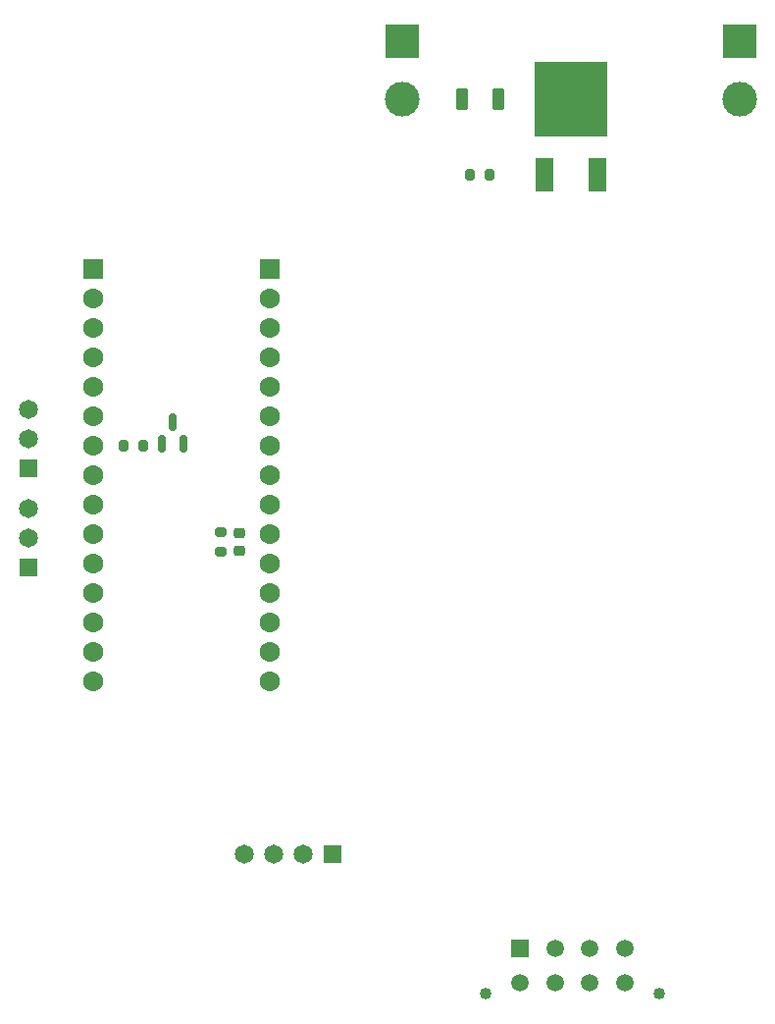
<source format=gbr>
%TF.GenerationSoftware,KiCad,Pcbnew,8.0.1*%
%TF.CreationDate,2024-04-24T20:44:49+02:00*%
%TF.ProjectId,Connectors_card,436f6e6e-6563-4746-9f72-735f63617264,rev?*%
%TF.SameCoordinates,Original*%
%TF.FileFunction,Soldermask,Top*%
%TF.FilePolarity,Negative*%
%FSLAX46Y46*%
G04 Gerber Fmt 4.6, Leading zero omitted, Abs format (unit mm)*
G04 Created by KiCad (PCBNEW 8.0.1) date 2024-04-24 20:44:49*
%MOMM*%
%LPD*%
G01*
G04 APERTURE LIST*
G04 Aperture macros list*
%AMRoundRect*
0 Rectangle with rounded corners*
0 $1 Rounding radius*
0 $2 $3 $4 $5 $6 $7 $8 $9 X,Y pos of 4 corners*
0 Add a 4 corners polygon primitive as box body*
4,1,4,$2,$3,$4,$5,$6,$7,$8,$9,$2,$3,0*
0 Add four circle primitives for the rounded corners*
1,1,$1+$1,$2,$3*
1,1,$1+$1,$4,$5*
1,1,$1+$1,$6,$7*
1,1,$1+$1,$8,$9*
0 Add four rect primitives between the rounded corners*
20,1,$1+$1,$2,$3,$4,$5,0*
20,1,$1+$1,$4,$5,$6,$7,0*
20,1,$1+$1,$6,$7,$8,$9,0*
20,1,$1+$1,$8,$9,$2,$3,0*%
G04 Aperture macros list end*
%ADD10R,1.650000X1.650000*%
%ADD11C,1.650000*%
%ADD12RoundRect,0.150000X0.150000X-0.587500X0.150000X0.587500X-0.150000X0.587500X-0.150000X-0.587500X0*%
%ADD13RoundRect,0.250000X0.275000X0.700000X-0.275000X0.700000X-0.275000X-0.700000X0.275000X-0.700000X0*%
%ADD14C,1.020000*%
%ADD15R,1.520000X1.520000*%
%ADD16C,1.520000*%
%ADD17RoundRect,0.102000X-0.765000X-0.765000X0.765000X-0.765000X0.765000X0.765000X-0.765000X0.765000X0*%
%ADD18C,1.734000*%
%ADD19C,3.000000*%
%ADD20R,3.000000X3.000000*%
%ADD21R,1.700000X1.700000*%
%ADD22O,1.700000X1.700000*%
%ADD23R,1.500000X2.900000*%
%ADD24R,6.300000X6.500000*%
%ADD25RoundRect,0.200000X-0.200000X-0.275000X0.200000X-0.275000X0.200000X0.275000X-0.200000X0.275000X0*%
%ADD26RoundRect,0.225000X0.250000X-0.225000X0.250000X0.225000X-0.250000X0.225000X-0.250000X-0.225000X0*%
%ADD27RoundRect,0.200000X-0.275000X0.200000X-0.275000X-0.200000X0.275000X-0.200000X0.275000X0.200000X0*%
G04 APERTURE END LIST*
D10*
%TO.C,J3*%
X102698200Y-102642000D03*
D11*
X102698200Y-100102000D03*
X102698200Y-97562000D03*
%TD*%
D10*
%TO.C,J5*%
X129018200Y-127362000D03*
D11*
X126478200Y-127362000D03*
X123938200Y-127362000D03*
X121398200Y-127362000D03*
%TD*%
D12*
%TO.C,Q1*%
X114228200Y-91999500D03*
X116128200Y-91999500D03*
X115178200Y-90124500D03*
%TD*%
D13*
%TO.C,F1*%
X143303200Y-62262000D03*
X140153200Y-62262000D03*
%TD*%
D14*
%TO.C,J6*%
X157178200Y-139402000D03*
X142178200Y-139402000D03*
D15*
X145178200Y-135462000D03*
D16*
X148178200Y-135462000D03*
X151178200Y-135462000D03*
X154178200Y-135462000D03*
X145178200Y-138462000D03*
X148178200Y-138462000D03*
X151178200Y-138462000D03*
X154178200Y-138462000D03*
%TD*%
D17*
%TO.C,U1*%
X108338200Y-76902000D03*
D18*
X108338200Y-79442000D03*
X108338200Y-81982000D03*
X108338200Y-84522000D03*
X108338200Y-87062000D03*
X108338200Y-89602000D03*
X108338200Y-92142000D03*
X108338200Y-94682000D03*
X108338200Y-97222000D03*
X108338200Y-99762000D03*
X108338200Y-102302000D03*
X108338200Y-104842000D03*
X108338200Y-107382000D03*
X108338200Y-109922000D03*
X108338200Y-112462000D03*
D17*
X123578200Y-76902000D03*
D18*
X123578200Y-79442000D03*
X123578200Y-81982000D03*
X123578200Y-84522000D03*
X123578200Y-87062000D03*
X123578200Y-89602000D03*
X123578200Y-92142000D03*
X123578200Y-94682000D03*
X123578200Y-97222000D03*
X123578200Y-99762000D03*
X123578200Y-102302000D03*
X123578200Y-104842000D03*
X123578200Y-107382000D03*
X123578200Y-109922000D03*
X123578200Y-112462000D03*
%TD*%
D19*
%TO.C,J1*%
X134978200Y-62262000D03*
D20*
X134978200Y-57262000D03*
%TD*%
D21*
%TO.C,J7*%
X108356200Y-76926000D03*
D22*
X108356200Y-79466000D03*
X108356200Y-82006000D03*
X108356200Y-84546000D03*
X108356200Y-87086000D03*
X108356200Y-89626000D03*
X108356200Y-92166000D03*
X108356200Y-94706000D03*
X108356200Y-97246000D03*
X108356200Y-99786000D03*
X108356200Y-102326000D03*
X108356200Y-104866000D03*
X108356200Y-107406000D03*
X108356200Y-109946000D03*
X108356200Y-112486000D03*
%TD*%
D23*
%TO.C,Q2*%
X147242200Y-68762000D03*
D24*
X149528200Y-62262000D03*
D23*
X151814200Y-68762000D03*
%TD*%
D21*
%TO.C,J8*%
X123596200Y-76926000D03*
D22*
X123596200Y-79466000D03*
X123596200Y-82006000D03*
X123596200Y-84546000D03*
X123596200Y-87086000D03*
X123596200Y-89626000D03*
X123596200Y-92166000D03*
X123596200Y-94706000D03*
X123596200Y-97246000D03*
X123596200Y-99786000D03*
X123596200Y-102326000D03*
X123596200Y-104866000D03*
X123596200Y-107406000D03*
X123596200Y-109946000D03*
X123596200Y-112486000D03*
%TD*%
D10*
%TO.C,J4*%
X102698200Y-94062000D03*
D11*
X102698200Y-91522000D03*
X102698200Y-88982000D03*
%TD*%
D25*
%TO.C,R2*%
X110973200Y-92162000D03*
X112623200Y-92162000D03*
%TD*%
%TO.C,R1*%
X140853200Y-68762000D03*
X142503200Y-68762000D03*
%TD*%
D26*
%TO.C,C1*%
X120898200Y-101237000D03*
X120898200Y-99687000D03*
%TD*%
D19*
%TO.C,J2*%
X164078200Y-62262000D03*
D20*
X164078200Y-57262000D03*
%TD*%
D27*
%TO.C,R3*%
X119298200Y-99637000D03*
X119298200Y-101287000D03*
%TD*%
M02*

</source>
